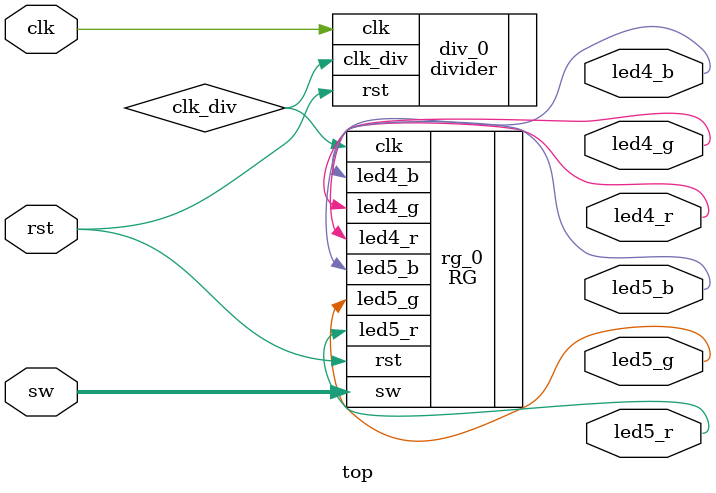
<source format=v>
module top(
    input   clk   ,
    input   rst   ,
    input   [1:0] sw  ,
    output  led4_b, 
	output  led4_g, 
	output  led4_r, 
	output  led5_b, 
	output  led5_g, 
	output  led5_r
    );
    
    wire    clk_div ;
    
    RG rg_0(
    .clk    (clk_div),
    .rst    (rst),
    .sw     (sw),
	.led4_b	(led4_b),
	.led4_g	(led4_g),
	.led4_r	(led4_r),
	.led5_b	(led5_b),
	.led5_g	(led5_g),
	.led5_r	(led5_r),
    );
    
    divider div_0(
    .clk    (clk),
    .rst    (rst),
    .clk_div    (clk_div)
    );
    
    
endmodule
</source>
